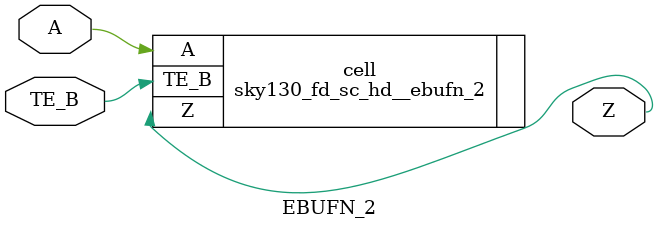
<source format=v>
/*
    Copyright ©2020-2021 The American University in Cairo and the Cloud V Project.

    This file is part of the DFFRAM Memory Compiler.
    See https://github.com/Cloud-V/DFFRAM for further info.

    Licensed under the Apache License, Version 2.0 (the "License");
    you may not use this file except in compliance with the License.
    You may obtain a copy of the License at

        http://www.apache.org/licenses/LICENSE-2.0

    Unless required by applicable law or agreed to in writing, software
    distributed under the License is distributed on an "AS IS" BASIS,
    WITHOUT WARRANTIES OR CONDITIONS OF ANY KIND, either express or implied.
    See the License for the specific language governing permissions and
    limitations under the License.
*/

// Add 1x2 binary decoder
`default_nettype none

module DEC1x2 (
    input           EN,
    input           A,
    output [1:0]    SEL
);
    sky130_fd_sc_hd__and2b_2 AND0 ( .X(SEL[0]), .A_N(A), .B(EN) );
    sky130_fd_sc_hd__and2_2 AND1 ( .X(SEL[1]), .A(A) , .B(EN) );

endmodule

module DEC2x4 (
    input           EN,
    input   [1:0]   A,
    output  [3:0]   SEL
);
    sky130_fd_sc_hd__nor3b_2    AND0 ( .Y(SEL[0]), .A(A[0]),   .B(A[1]), .C_N(EN) );
    sky130_fd_sc_hd__and3b_2    AND1 ( .X(SEL[1]), .A_N(A[1]), .B(A[0]), .C(EN) );
    sky130_fd_sc_hd__and3b_2    AND2 ( .X(SEL[2]), .A_N(A[0]), .B(A[1]), .C(EN) ); // 4.600000
    sky130_fd_sc_hd__and3_2     AND3 ( .X(SEL[3]), .A(A[1]),   .B(A[0]), .C(EN) ); // 4.14
    
endmodule

module DEC3x8 (
    input           EN,
    input [2:0]     A,
    output [7:0]    SEL
);

    wire [2:0]  A_buf;
    wire        EN_buf;

    sky130_fd_sc_hd__clkbuf_2 ABUF[2:0] (.X(A_buf), .A(A));
    sky130_fd_sc_hd__clkbuf_2 ENBUF (.X(EN_buf), .A(EN));
    
    sky130_fd_sc_hd__nor4b_2   AND0 ( .Y(SEL[0])  , .A(A_buf[0]), .B(A_buf[1])  , .C(A_buf[2]), .D_N(EN_buf) ); // 000
    sky130_fd_sc_hd__and4bb_2   AND1 ( .X(SEL[1])  , .A_N(A_buf[2]), .B_N(A_buf[1]), .C(A_buf[0])  , .D(EN_buf) ); // 001
    sky130_fd_sc_hd__and4bb_2   AND2 ( .X(SEL[2])  , .A_N(A_buf[2]), .B_N(A_buf[0]), .C(A_buf[1])  , .D(EN_buf) ); // 010
    sky130_fd_sc_hd__and4b_2    AND3 ( .X(SEL[3])  , .A_N(A_buf[2]), .B(A_buf[1]), .C(A_buf[0])  , .D(EN_buf) );   // 011
    sky130_fd_sc_hd__and4bb_2   AND4 ( .X(SEL[4])  , .A_N(A_buf[0]), .B_N(A_buf[1]), .C(A_buf[2])  , .D(EN_buf) ); // 100
    sky130_fd_sc_hd__and4b_2    AND5 ( .X(SEL[5])  , .A_N(A_buf[1]), .B(A_buf[0]), .C(A_buf[2])  , .D(EN_buf) );   // 101
    sky130_fd_sc_hd__and4b_2    AND6 ( .X(SEL[6])  , .A_N(A_buf[0]), .B(A_buf[1]), .C(A_buf[2])  , .D(EN_buf) );   // 110
    sky130_fd_sc_hd__and4_2     AND7 ( .X(SEL[7])  , .A(A_buf[0]), .B(A_buf[1]), .C(A_buf[2])  , .D(EN_buf) ); // 111
endmodule

module MUX4x1 #(parameter   WIDTH=32)
(
    input   wire [WIDTH-1:0]     A0, A1, A2, A3,
    input   wire [1:0]          S,
    output  wire [WIDTH-1:0]     X
);
    localparam SIZE = WIDTH/8;
    wire [SIZE-1:0] SEL0, SEL1;

`ifndef NO_DIODES
    (* keep = "true" *)
    sky130_fd_sc_hd__diode_2 SEL_DIODE [1:0] (.DIODE(S));
`endif

    sky130_fd_sc_hd__clkbuf_2 SEL0BUF[SIZE-1:0] (.X(SEL0), .A(S[0]));
    sky130_fd_sc_hd__clkbuf_2 SEL1BUF[SIZE-1:0] (.X(SEL1), .A(S[1]));
    generate
        genvar i;

        for(i=0; i<SIZE; i=i+1) begin : M
`ifndef NO_DIODES
            (* keep = "true" *)
            sky130_fd_sc_hd__diode_2 DIODE_A0MUX [(i+1)*8-1:i*8] (.DIODE(A0[(i+1)*8-1:i*8]));   
            (* keep = "true" *)
            sky130_fd_sc_hd__diode_2 DIODE_A1MUX [(i+1)*8-1:i*8] (.DIODE(A1[(i+1)*8-1:i*8]));   
            (* keep = "true" *)
            sky130_fd_sc_hd__diode_2 DIODE_A2MUX [(i+1)*8-1:i*8] (.DIODE(A2[(i+1)*8-1:i*8]));   
            (* keep = "true" *)
            sky130_fd_sc_hd__diode_2 DIODE_A3MUX [(i+1)*8-1:i*8] (.DIODE(A3[(i+1)*8-1:i*8]));
`endif

            sky130_fd_sc_hd__mux4_1 MUX[7:0] (
                .A0(A0[(i+1)*8-1:i*8]), 
                .A1(A1[(i+1)*8-1:i*8]), 
                .A2(A2[(i+1)*8-1:i*8]), 
                .A3(A3[(i+1)*8-1:i*8]), 
                .S0(SEL0[i]), 
                .S1(SEL1[i]), 
                .X(X[(i+1)*8-1:i*8])
            );
        end
    endgenerate
endmodule

module MUX2x1 #(parameter   WIDTH=32)
(
    input   wire [WIDTH-1:0]    A0, A1,
    input   wire                S,
    output  wire [WIDTH-1:0]    X
);
    localparam SIZE = WIDTH/8;
    wire [SIZE-1:0] SEL;
    sky130_fd_sc_hd__clkbuf_2 SEL0BUF[SIZE-1:0] (.X(SEL), .A(S));
    generate
        genvar i;
        for(i=0; i<SIZE; i=i+1) begin : M
`ifndef NO_DIODES
            (* keep = "true" *)
            sky130_fd_sc_hd__diode_2 DIODE_A0MUX [(i+1)*8-1:i*8] (.DIODE(A0[(i+1)*8-1:i*8]));   
            (* keep = "true" *)
            sky130_fd_sc_hd__diode_2 DIODE_A1MUX [(i+1)*8-1:i*8] (.DIODE(A1[(i+1)*8-1:i*8])); 
`endif
            sky130_fd_sc_hd__mux2_1 MUX[7:0] (.A0(A0[(i+1)*8-1:i*8]), .A1(A1[(i+1)*8-1:i*8]), .S(SEL[i]), .X(X[(i+1)*8-1:i*8]) );
        end
    endgenerate
endmodule

module OUTREG #(parameter WIDTH=32)
(
    input   wire                CLK,        // FO: 8
    input   wire [WIDTH-1:0]    Di,         
    output  wire [WIDTH-1:0]    Do  
);
    localparam BYTE_CNT = WIDTH / 8;

    wire [BYTE_CNT-1:0] CLKBUF;
    wire CLK_buf;
    
    sky130_fd_sc_hd__clkbuf_4 Root_CLKBUF (.X(CLK_buf), .A(CLK));
    sky130_fd_sc_hd__clkbuf_4 Do_CLKBUF [BYTE_CNT-1:0] (.X(CLKBUF), .A(CLK_buf) );
    
    generate
        genvar i;
        for(i=0; i<BYTE_CNT; i=i+1) begin : OUTREG_BYTE
            `ifndef NO_DIODES    
                (* keep = "true" *)
                sky130_fd_sc_hd__diode_2 DIODE [7:0] (.DIODE(Di[(i+1)*8-1:i*8]));
            `endif
            sky130_fd_sc_hd__dfxtp_1 Do_FF [7:0] ( .D(Di[(i+1)*8-1:i*8]), .Q(Do[(i+1)*8-1:i*8]), .CLK(CLKBUF[i]) );
        end
    endgenerate
endmodule

module BYTE #(  parameter   USE_LATCH=1)( 
    input   wire        CLK,    // FO: 1
    input   wire        WE0,     // FO: 1
    input   wire        SEL0,    // FO: 2
    input   wire [7:0]  Di0,     // FO: 1
    output  wire [7:0]  Do0
);

    wire [7:0]  Q_WIRE;
    wire        WE0_WIRE;
    wire        SEL0_B;
    wire        GCLK;
    wire        CLK_B;

    generate 
        genvar i;
`ifndef NO_DIODES
        (* keep = "true" *)
        sky130_fd_sc_hd__diode_2 DIODE_CLK (.DIODE(CLK));
`endif

        if(USE_LATCH == 1) begin
            sky130_fd_sc_hd__inv_1 CLKINV(.Y(CLK_B), .A(CLK));
            sky130_fd_sc_hd__dlclkp_1 CG( .CLK(CLK_B), .GCLK(GCLK), .GATE(WE0_WIRE) );
        end else begin
            sky130_fd_sc_hd__dlclkp_1 CG( .CLK(CLK), .GCLK(GCLK), .GATE(WE0_WIRE) );
        end
    
        sky130_fd_sc_hd__inv_1 SEL0INV(.Y(SEL0_B), .A(SEL0));
        sky130_fd_sc_hd__and2_1 CGAND( .A(SEL0), .B(WE0), .X(WE0_WIRE) );
    
        for(i=0; i<8; i=i+1) begin : BIT
            if(USE_LATCH == 0)
                sky130_fd_sc_hd__dfxtp_1 STORAGE ( .D(Di0[i]), .Q(Q_WIRE[i]), .CLK(GCLK) );
            else 
                sky130_fd_sc_hd__dlxtp_1 STORAGE (.Q(Q_WIRE[i]), .D(Di0[i]), .GATE(GCLK) );
            sky130_fd_sc_hd__ebufn_2 OBUF0 ( .A(Q_WIRE[i]), .Z(Do0[i]), .TE_B(SEL0_B) );
        end
    endgenerate 
  
endmodule

module BYTE_1RW1R #(  parameter   USE_LATCH=1)( 
    input   wire        CLK,    // FO: 1
    input   wire        WE0,     // FO: 1
    input   wire        SEL0,   // FO: 2
    input   wire        SEL1,   // FO: 2
    input   wire [7:0]  Di0,     // FO: 1
    output  wire [7:0]  Do0,
    output  wire [7:0]  Do1
);

    wire [7:0]  Q_WIRE;
    wire        WE0_WIRE;
    wire        SEL0_B, SEL1_B;
    wire        GCLK;
    wire        CLK_B;

    generate 
        genvar i;
`ifndef NO_DIODES
        (* keep = "true" *)
        sky130_fd_sc_hd__diode_2 DIODE_CLK (.DIODE(CLK));
`endif

        if(USE_LATCH == 1) begin
            sky130_fd_sc_hd__inv_1 CLKINV(.Y(CLK_B), .A(CLK));
            sky130_fd_sc_hd__dlclkp_1 CG( .CLK(CLK_B), .GCLK(GCLK), .GATE(WE0_WIRE) );
        end else
            sky130_fd_sc_hd__dlclkp_1 CG( .CLK(CLK), .GCLK(GCLK), .GATE(WE0_WIRE) );
    
        sky130_fd_sc_hd__inv_1 SEL0INV (.Y(SEL0_B), .A(SEL0));
        sky130_fd_sc_hd__inv_1 SEL1INV (.Y(SEL1_B), .A(SEL1));
        sky130_fd_sc_hd__and2_1 CGAND( .A(SEL0), .B(WE0), .X(WE0_WIRE) );
    
        for(i=0; i<8; i=i+1) begin : BIT
            if(USE_LATCH == 0)
                sky130_fd_sc_hd__dfxtp_1 STORAGE ( .D(Di0[i]), .Q(Q_WIRE[i]), .CLK(GCLK) );
            else 
                sky130_fd_sc_hd__dlxtp_1 STORAGE (.Q(Q_WIRE[i]), .D(Di0[i]), .GATE(GCLK) );

            sky130_fd_sc_hd__ebufn_2 OBUF0 ( .A(Q_WIRE[i]), .Z(Do0[i]), .TE_B(SEL0_B) );
            sky130_fd_sc_hd__ebufn_2 OBUF1 ( .A(Q_WIRE[i]), .Z(Do1[i]), .TE_B(SEL1_B) );
        end
    endgenerate 
  
endmodule

module WORD #( parameter    USE_LATCH=0,
                            WSIZE=1 ) (
    input   wire                 CLK,    // FO: 1
    input   wire [WSIZE-1:0]     WE0,     // FO: 1
    input   wire                 SEL0,    // FO: 1
    input   wire [(WSIZE*8-1):0] Di0,     // FO: 1
    output  wire [(WSIZE*8-1):0] Do0
);

    wire CLK_buf;
    wire SEL0_buf;

    sky130_fd_sc_hd__clkbuf_4 CLKBUF (.X(CLK_buf), .A(CLK));
    sky130_fd_sc_hd__clkbuf_2 SEL0BUF (.X(SEL0_buf), .A(SEL0));
    generate
        genvar i;
            for(i=0; i<WSIZE; i=i+1) begin : BYTE
                BYTE #(.USE_LATCH(USE_LATCH)) B ( .CLK(CLK_buf), .WE0(WE0[i]), .SEL0(SEL0_buf), .Di0(Di0[(i+1)*8-1:i*8]), .Do0(Do0[(i+1)*8-1:i*8]) );
            end
    endgenerate
    
endmodule 

module WORD_1RW1R #( parameter  USE_LATCH=1,
                                WSIZE=1 ) (
    input   wire                CLK,    // FO: 1
    input   wire [WSIZE-1:0]     WE0,     // FO: 1
    input   wire                SEL0,    // FO: 1
    input   wire                SEL1,    // FO: 1
    input   wire [(WSIZE*8-1):0] Di0,     // FO: 1
    output  wire [(WSIZE*8-1):0] Do0,
    output  wire [(WSIZE*8-1):0] Do1
);

    wire SEL0_buf, SEL1_buf;
    wire CLK_buf;
    sky130_fd_sc_hd__clkbuf_2 SEL0BUF (.X(SEL0_buf), .A(SEL0));
    sky130_fd_sc_hd__clkbuf_2 SEL1BUF (.X(SEL1_buf), .A(SEL1));
    sky130_fd_sc_hd__clkbuf_4 CLKBUF (.X(CLK_buf), .A(CLK));
    generate
        genvar i;
            for(i=0; i<WSIZE; i=i+1) begin : BYTE
                BYTE_1RW1R #(.USE_LATCH(USE_LATCH)) B ( 
                    .CLK(CLK_buf), 
                    .WE0(WE0[i]), 
                    .SEL0(SEL0_buf), 
                    .SEL1(SEL1_buf), 
                    .Di0(Di0[(i+1)*8-1:i*8]), 
                    .Do0(Do0[(i+1)*8-1:i*8]),
                    .Do1(Do1[(i+1)*8-1:i*8])  
                );
            end
    endgenerate
    
endmodule 


module  CLKBUF_2  (input A, output X); 

sky130_fd_sc_hd__clkbuf_2  cell (.A(A), .X(X)); 

endmodule


module CLKBUF_16 (input A, output X); 

sky130_fd_sc_hd__clkbuf_16 cell (.A(A), .X(X));

endmodule

module DIODE (input DIODE);

sky130_fd_sc_hd__diode_2 cell (.DIODE(DIODE));

endmodule

module CLKBUF_4 (input A, output X); 

sky130_fd_sc_hd__clkbuf_4 cell (.A(A), .X(X));

endmodule

module CONB (output HI, output LO); 

sky130_fd_sc_hd__conb_1 cell (.HI(), .LO(LO)); 

endmodule

module EBUFN_2 (input A, input TE_B, output Z); 

sky130_fd_sc_hd__ebufn_2 cell ( .A(A), .TE_B(TE_B), .Z(Z));

endmodule
</source>
